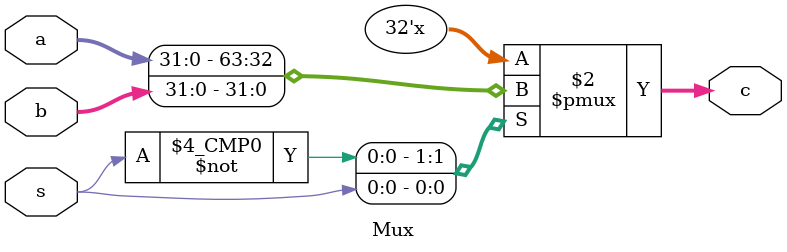
<source format=v>
module Mux (a,b,s,c);

    input [31:0]a,b;
    input s;
    output reg [31:0]c;

    always @(*) 
        begin
            case (s)
                1'b0:
                    begin
                        c = a ;
                    end
                1'b1:
                    begin
                        c = b ;
                    end
                default:
                    begin
                        c = 32'b0 ;
                    end
            endcase
        end

    
endmodule
</source>
